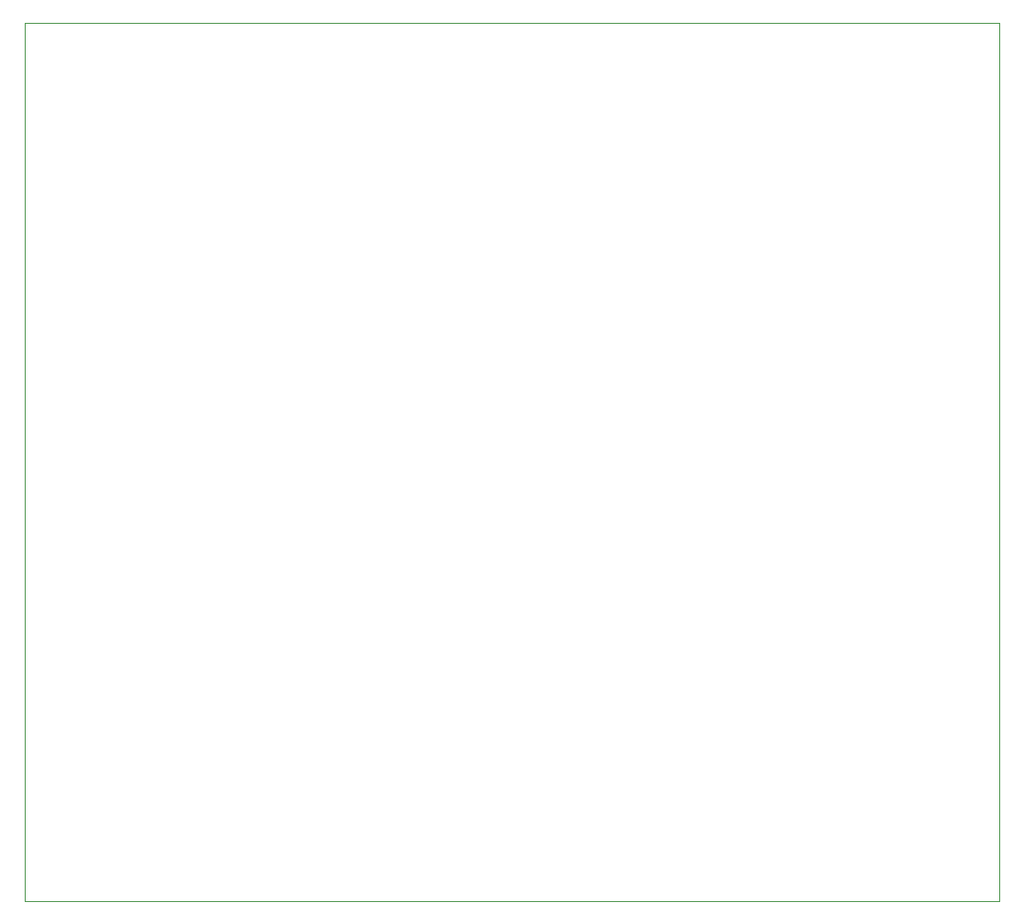
<source format=gbr>
%TF.GenerationSoftware,KiCad,Pcbnew,6.0.8-f2edbf62ab~116~ubuntu20.04.1*%
%TF.CreationDate,2022-10-11T23:56:16-03:00*%
%TF.ProjectId,Proyecto_p_curso,50726f79-6563-4746-9f5f-705f63757273,rev?*%
%TF.SameCoordinates,Original*%
%TF.FileFunction,Profile,NP*%
%FSLAX46Y46*%
G04 Gerber Fmt 4.6, Leading zero omitted, Abs format (unit mm)*
G04 Created by KiCad (PCBNEW 6.0.8-f2edbf62ab~116~ubuntu20.04.1) date 2022-10-11 23:56:16*
%MOMM*%
%LPD*%
G01*
G04 APERTURE LIST*
%TA.AperFunction,Profile*%
%ADD10C,0.100000*%
%TD*%
G04 APERTURE END LIST*
D10*
X110280000Y-62750000D02*
X200280000Y-62750000D01*
X200280000Y-62750000D02*
X200280000Y-144000000D01*
X200280000Y-144000000D02*
X110280000Y-144000000D01*
X110280000Y-144000000D02*
X110280000Y-62750000D01*
M02*

</source>
